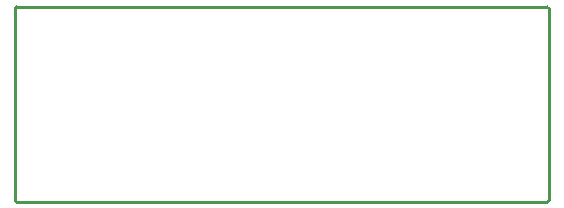
<source format=gko>
G04*
G04 #@! TF.GenerationSoftware,Altium Limited,Altium Designer,22.7.1 (60)*
G04*
G04 Layer_Color=16711935*
%FSLAX44Y44*%
%MOMM*%
G71*
G04*
G04 #@! TF.SameCoordinates,BB791E64-C305-444D-A552-B41D82B215A1*
G04*
G04*
G04 #@! TF.FilePolarity,Positive*
G04*
G01*
G75*
%ADD12C,0.2540*%
D12*
X547370Y162560D02*
G03*
X546100Y163830I-1270J0D01*
G01*
X547370Y162560D02*
G03*
X546100Y163830I-1270J0D01*
G01*
Y-1270D02*
G03*
X547370Y0I0J1270D01*
G01*
X546100Y-1270D02*
G03*
X547370Y0I0J1270D01*
G01*
X96520Y163830D02*
G03*
X95250Y162560I0J-1270D01*
G01*
X96520Y163830D02*
G03*
X95250Y162560I0J-1270D01*
G01*
Y0D02*
G03*
X96520Y-1270I1270J0D01*
G01*
X95250Y0D02*
G03*
X96520Y-1270I1270J0D01*
G01*
X547370Y0D02*
Y162560D01*
X96520Y163830D02*
X546100D01*
X96520Y-1270D02*
X546100D01*
X95250Y0D02*
Y162560D01*
M02*

</source>
